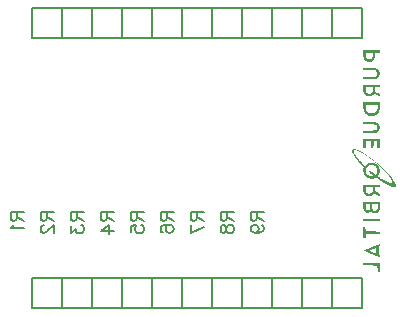
<source format=gbo>
G04 ---------------------------- Layer name :BOTTOM SILK LAYER*
G04 EasyEDA v5.7.22, Tue, 28 Aug 2018 22:53:05 GMT*
G04 1f8b3ca3c2ad4f10b54c6f686152f78d*
G04 Gerber Generator version 0.2*
G04 Scale: 100 percent, Rotated: No, Reflected: No *
G04 Dimensions in millimeters *
G04 leading zeros omitted , absolute positions ,3 integer and 3 decimal *
%FSLAX33Y33*%
%MOMM*%
G90*
G71D02*

%ADD14C,0.177800*%
%ADD17C,0.203200*%
%ADD18C,0.202999*%

%LPD*%

%LPD*%
G36*
G01X32785Y3064D02*
G01X32589Y3064D01*
G01X32581Y3341D01*
G01X32573Y3617D01*
G01X31970Y3625D01*
G01X31367Y3633D01*
G01X31367Y3830D01*
G01X32785Y3830D01*
G01X32785Y3064D01*
G37*

%LPC*%

%LPD*%
G36*
G01X32783Y4367D02*
G01X32755Y4341D01*
G01X32744Y4343D01*
G01X32721Y4351D01*
G01X32688Y4363D01*
G01X32645Y4379D01*
G01X32593Y4398D01*
G01X32534Y4421D01*
G01X32468Y4447D01*
G01X32398Y4474D01*
G01X32323Y4504D01*
G01X32244Y4535D01*
G01X32164Y4567D01*
G01X32083Y4600D01*
G01X32001Y4633D01*
G01X31921Y4665D01*
G01X31843Y4697D01*
G01X31768Y4728D01*
G01X31698Y4757D01*
G01X31633Y4784D01*
G01X31574Y4809D01*
G01X31523Y4831D01*
G01X31480Y4849D01*
G01X31447Y4864D01*
G01X31425Y4874D01*
G01X31415Y4880D01*
G01X31412Y4891D01*
G01X31422Y4904D01*
G01X31443Y4917D01*
G01X31472Y4931D01*
G01X31488Y4937D01*
G01X31514Y4947D01*
G01X31550Y4962D01*
G01X31594Y4979D01*
G01X31644Y5000D01*
G01X31702Y5023D01*
G01X31766Y5049D01*
G01X31835Y5077D01*
G01X31908Y5107D01*
G01X31984Y5138D01*
G01X32063Y5170D01*
G01X32144Y5203D01*
G01X32224Y5236D01*
G01X32302Y5268D01*
G01X32376Y5298D01*
G01X32445Y5326D01*
G01X32510Y5352D01*
G01X32569Y5376D01*
G01X32622Y5396D01*
G01X32667Y5414D01*
G01X32705Y5428D01*
G01X32733Y5438D01*
G01X32752Y5445D01*
G01X32761Y5447D01*
G01X32771Y5439D01*
G01X32778Y5418D01*
G01X32784Y5387D01*
G01X32785Y5350D01*
G01X32783Y5303D01*
G01X32773Y5270D01*
G01X32755Y5248D01*
G01X32729Y5234D01*
G01X32698Y5216D01*
G01X32681Y5169D01*
G01X32674Y5070D01*
G01X32672Y4893D01*
G01X32673Y4795D01*
G01X32674Y4717D01*
G01X32677Y4659D01*
G01X32681Y4616D01*
G01X32688Y4586D01*
G01X32698Y4565D01*
G01X32712Y4550D01*
G01X32729Y4539D01*
G01X32767Y4495D01*
G01X32786Y4428D01*
G01X32783Y4367D01*
G37*

%LPC*%
G36*
G01X32438Y4666D02*
G01X32464Y4662D01*
G01X32468Y4685D01*
G01X32470Y4738D01*
G01X32470Y4813D01*
G01X32468Y4903D01*
G01X32460Y5131D01*
G01X32166Y5017D01*
G01X32054Y4970D01*
G01X31966Y4929D01*
G01X31911Y4898D01*
G01X31897Y4881D01*
G01X31927Y4864D01*
G01X31992Y4835D01*
G01X32081Y4797D01*
G01X32186Y4755D01*
G01X32291Y4715D01*
G01X32377Y4684D01*
G01X32438Y4666D01*
G37*

%LPD*%
G36*
G01X31566Y5958D02*
G01X31367Y5958D01*
G01X31367Y6837D01*
G01X31563Y6837D01*
G01X31580Y6511D01*
G01X32185Y6503D01*
G01X32789Y6495D01*
G01X32780Y6404D01*
G01X32772Y6312D01*
G01X32169Y6304D01*
G01X31566Y6297D01*
G01X31566Y5958D01*
G37*

%LPC*%

%LPD*%
G36*
G01X32785Y7348D02*
G01X31367Y7348D01*
G01X31367Y7546D01*
G01X32785Y7546D01*
G01X32785Y7348D01*
G37*

%LPC*%

%LPD*%
G36*
G01X32415Y8043D02*
G01X32354Y8042D01*
G01X32292Y8050D01*
G01X32231Y8067D01*
G01X32173Y8091D01*
G01X32120Y8125D01*
G01X32060Y8169D01*
G01X32022Y8186D01*
G01X31993Y8180D01*
G01X31958Y8152D01*
G01X31917Y8125D01*
G01X31865Y8107D01*
G01X31806Y8097D01*
G01X31743Y8095D01*
G01X31679Y8103D01*
G01X31619Y8117D01*
G01X31566Y8140D01*
G01X31522Y8170D01*
G01X31480Y8213D01*
G01X31446Y8258D01*
G01X31419Y8307D01*
G01X31399Y8364D01*
G01X31384Y8430D01*
G01X31375Y8508D01*
G01X31369Y8600D01*
G01X31367Y8708D01*
G01X31367Y8993D01*
G01X32790Y8993D01*
G01X32781Y8654D01*
G01X32778Y8569D01*
G01X32774Y8495D01*
G01X32769Y8431D01*
G01X32761Y8377D01*
G01X32752Y8330D01*
G01X32740Y8289D01*
G01X32724Y8253D01*
G01X32704Y8220D01*
G01X32680Y8190D01*
G01X32651Y8162D01*
G01X32616Y8132D01*
G01X32576Y8101D01*
G01X32528Y8073D01*
G01X32473Y8053D01*
G01X32415Y8043D01*
G37*

%LPC*%
G36*
G01X32318Y8260D02*
G01X32360Y8255D01*
G01X32402Y8260D01*
G01X32443Y8274D01*
G01X32482Y8296D01*
G01X32518Y8325D01*
G01X32554Y8368D01*
G01X32575Y8417D01*
G01X32585Y8487D01*
G01X32587Y8594D01*
G01X32587Y8794D01*
G01X32134Y8794D01*
G01X32134Y8594D01*
G01X32136Y8487D01*
G01X32145Y8417D01*
G01X32167Y8368D01*
G01X32203Y8325D01*
G01X32238Y8296D01*
G01X32277Y8274D01*
G01X32318Y8260D01*
G37*
G36*
G01X31719Y8299D02*
G01X31755Y8294D01*
G01X31792Y8298D01*
G01X31834Y8311D01*
G01X31868Y8328D01*
G01X31896Y8349D01*
G01X31917Y8379D01*
G01X31933Y8417D01*
G01X31945Y8464D01*
G01X31953Y8523D01*
G01X31958Y8596D01*
G01X31969Y8794D01*
G01X31566Y8794D01*
G01X31566Y8598D01*
G01X31568Y8490D01*
G01X31578Y8423D01*
G01X31601Y8379D01*
G01X31643Y8341D01*
G01X31682Y8314D01*
G01X31719Y8299D01*
G37*

%LPD*%
G36*
G01X31934Y9490D02*
G01X31877Y9487D01*
G01X31819Y9490D01*
G01X31760Y9501D01*
G01X31703Y9518D01*
G01X31646Y9542D01*
G01X31592Y9574D01*
G01X31555Y9600D01*
G01X31522Y9628D01*
G01X31493Y9659D01*
G01X31468Y9693D01*
G01X31447Y9731D01*
G01X31428Y9773D01*
G01X31413Y9821D01*
G01X31401Y9875D01*
G01X31390Y9935D01*
G01X31383Y10003D01*
G01X31377Y10079D01*
G01X31373Y10163D01*
G01X31361Y10468D01*
G01X32785Y10468D01*
G01X32785Y10269D01*
G01X32360Y10269D01*
G01X32360Y9913D01*
G01X32573Y9807D01*
G01X32692Y9746D01*
G01X32756Y9703D01*
G01X32781Y9661D01*
G01X32785Y9603D01*
G01X32783Y9563D01*
G01X32776Y9532D01*
G01X32766Y9511D01*
G01X32752Y9503D01*
G01X32723Y9512D01*
G01X32668Y9537D01*
G01X32594Y9573D01*
G01X32510Y9618D01*
G01X32302Y9733D01*
G01X32231Y9648D01*
G01X32190Y9606D01*
G01X32145Y9570D01*
G01X32096Y9540D01*
G01X32045Y9517D01*
G01X31990Y9500D01*
G01X31934Y9490D01*
G37*

%LPC*%
G36*
G01X31811Y9709D02*
G01X31881Y9707D01*
G01X31950Y9719D01*
G01X32017Y9744D01*
G01X32077Y9783D01*
G01X32131Y9832D01*
G01X32161Y9882D01*
G01X32176Y9953D01*
G01X32185Y10067D01*
G01X32197Y10269D01*
G01X31566Y10269D01*
G01X31566Y10083D01*
G01X31569Y10007D01*
G01X31575Y9935D01*
G01X31584Y9878D01*
G01X31596Y9842D01*
G01X31633Y9791D01*
G01X31684Y9752D01*
G01X31744Y9724D01*
G01X31811Y9709D01*
G37*

%LPD*%
G36*
G01X34069Y10296D02*
G01X34000Y10274D01*
G01X33895Y10275D01*
G01X33859Y10280D01*
G01X33821Y10288D01*
G01X33778Y10299D01*
G01X33734Y10313D01*
G01X33687Y10330D01*
G01X33636Y10349D01*
G01X33583Y10372D01*
G01X33529Y10397D01*
G01X33471Y10425D01*
G01X33411Y10456D01*
G01X33349Y10490D01*
G01X33285Y10525D01*
G01X33219Y10564D01*
G01X33151Y10605D01*
G01X33080Y10649D01*
G01X33009Y10694D01*
G01X32935Y10743D01*
G01X32860Y10793D01*
G01X32783Y10846D01*
G01X32706Y10902D01*
G01X32469Y11070D01*
G01X32352Y11017D01*
G01X32291Y10995D01*
G01X32220Y10978D01*
G01X32144Y10969D01*
G01X32062Y10966D01*
G01X32008Y10969D01*
G01X31954Y10976D01*
G01X31902Y10986D01*
G01X31852Y11001D01*
G01X31803Y11019D01*
G01X31757Y11040D01*
G01X31712Y11064D01*
G01X31670Y11092D01*
G01X31630Y11122D01*
G01X31592Y11155D01*
G01X31557Y11191D01*
G01X31524Y11229D01*
G01X31495Y11269D01*
G01X31469Y11312D01*
G01X31445Y11356D01*
G01X31425Y11403D01*
G01X31408Y11450D01*
G01X31394Y11499D01*
G01X31384Y11549D01*
G01X31378Y11601D01*
G01X31376Y11654D01*
G01X31378Y11707D01*
G01X31383Y11761D01*
G01X31393Y11815D01*
G01X31429Y11973D01*
G01X31170Y12246D01*
G01X31098Y12323D01*
G01X31030Y12397D01*
G01X30966Y12470D01*
G01X30904Y12541D01*
G01X30847Y12610D01*
G01X30793Y12677D01*
G01X30743Y12741D01*
G01X30696Y12804D01*
G01X30654Y12864D01*
G01X30615Y12921D01*
G01X30580Y12977D01*
G01X30549Y13030D01*
G01X30521Y13081D01*
G01X30497Y13129D01*
G01X30477Y13175D01*
G01X30462Y13218D01*
G01X30450Y13258D01*
G01X30442Y13296D01*
G01X30438Y13330D01*
G01X30438Y13362D01*
G01X30442Y13392D01*
G01X30451Y13418D01*
G01X30463Y13441D01*
G01X30480Y13462D01*
G01X30501Y13478D01*
G01X30527Y13489D01*
G01X30558Y13496D01*
G01X30594Y13498D01*
G01X30635Y13495D01*
G01X30682Y13486D01*
G01X30733Y13473D01*
G01X30790Y13455D01*
G01X30852Y13433D01*
G01X30919Y13405D01*
G01X30992Y13373D01*
G01X31070Y13335D01*
G01X31123Y13309D01*
G01X31176Y13281D01*
G01X31230Y13251D01*
G01X31285Y13220D01*
G01X31341Y13188D01*
G01X31396Y13154D01*
G01X31453Y13119D01*
G01X31511Y13083D01*
G01X31569Y13046D01*
G01X31627Y13007D01*
G01X31686Y12968D01*
G01X31745Y12928D01*
G01X31804Y12886D01*
G01X31864Y12843D01*
G01X31924Y12800D01*
G01X32044Y12711D01*
G01X32104Y12664D01*
G01X32164Y12618D01*
G01X32224Y12571D01*
G01X32284Y12523D01*
G01X32344Y12474D01*
G01X32404Y12426D01*
G01X32464Y12376D01*
G01X32523Y12326D01*
G01X32582Y12276D01*
G01X32698Y12174D01*
G01X32813Y12072D01*
G01X32870Y12020D01*
G01X32926Y11968D01*
G01X32981Y11917D01*
G01X33035Y11865D01*
G01X33089Y11813D01*
G01X33142Y11761D01*
G01X33194Y11710D01*
G01X33246Y11659D01*
G01X33295Y11607D01*
G01X33345Y11557D01*
G01X33393Y11506D01*
G01X33440Y11455D01*
G01X33486Y11406D01*
G01X33531Y11356D01*
G01X33574Y11307D01*
G01X33616Y11259D01*
G01X33657Y11211D01*
G01X33697Y11163D01*
G01X33735Y11117D01*
G01X33771Y11071D01*
G01X33806Y11026D01*
G01X33839Y10982D01*
G01X33871Y10938D01*
G01X33901Y10896D01*
G01X33929Y10854D01*
G01X33956Y10814D01*
G01X33981Y10774D01*
G01X34003Y10736D01*
G01X34024Y10698D01*
G01X34043Y10662D01*
G01X34060Y10627D01*
G01X34075Y10594D01*
G01X34088Y10562D01*
G01X34098Y10531D01*
G01X34107Y10501D01*
G01X34113Y10473D01*
G01X34116Y10447D01*
G01X34118Y10422D01*
G01X34107Y10344D01*
G01X34069Y10296D01*
G37*

%LPC*%
G36*
G01X32029Y11180D02*
G01X32083Y11178D01*
G01X32153Y11180D01*
G01X32203Y11186D01*
G01X32233Y11198D01*
G01X32241Y11218D01*
G01X32229Y11246D01*
G01X32195Y11285D01*
G01X32140Y11337D01*
G01X32063Y11401D01*
G01X31975Y11478D01*
G01X31907Y11545D01*
G01X31865Y11598D01*
G01X31850Y11633D01*
G01X31854Y11662D01*
G01X31866Y11679D01*
G01X31888Y11683D01*
G01X31921Y11674D01*
G01X31966Y11651D01*
G01X32024Y11615D01*
G01X32095Y11564D01*
G01X32182Y11498D01*
G01X32425Y11308D01*
G01X32491Y11391D01*
G01X32522Y11436D01*
G01X32546Y11486D01*
G01X32563Y11539D01*
G01X32574Y11594D01*
G01X32578Y11650D01*
G01X32574Y11707D01*
G01X32564Y11763D01*
G01X32546Y11816D01*
G01X32523Y11867D01*
G01X32499Y11912D01*
G01X32474Y11950D01*
G01X32445Y11984D01*
G01X32414Y12013D01*
G01X32378Y12040D01*
G01X32337Y12065D01*
G01X32290Y12088D01*
G01X32239Y12108D01*
G01X32189Y12122D01*
G01X32139Y12132D01*
G01X32089Y12135D01*
G01X32040Y12134D01*
G01X31992Y12129D01*
G01X31945Y12118D01*
G01X31899Y12104D01*
G01X31856Y12086D01*
G01X31814Y12064D01*
G01X31774Y12039D01*
G01X31737Y12010D01*
G01X31703Y11978D01*
G01X31672Y11944D01*
G01X31645Y11907D01*
G01X31621Y11867D01*
G01X31601Y11826D01*
G01X31585Y11783D01*
G01X31574Y11738D01*
G01X31568Y11692D01*
G01X31567Y11644D01*
G01X31571Y11596D01*
G01X31581Y11547D01*
G01X31596Y11498D01*
G01X31617Y11452D01*
G01X31642Y11408D01*
G01X31672Y11368D01*
G01X31706Y11330D01*
G01X31744Y11296D01*
G01X31786Y11266D01*
G01X31830Y11240D01*
G01X31877Y11218D01*
G01X31926Y11200D01*
G01X31977Y11188D01*
G01X32029Y11180D01*
G37*
G36*
G01X33661Y10630D02*
G01X33706Y10626D01*
G01X33743Y10628D01*
G01X33772Y10637D01*
G01X33807Y10656D01*
G01X33826Y10679D01*
G01X33830Y10710D01*
G01X33824Y10757D01*
G01X33818Y10782D01*
G01X33809Y10808D01*
G01X33799Y10836D01*
G01X33787Y10865D01*
G01X33772Y10895D01*
G01X33756Y10927D01*
G01X33737Y10960D01*
G01X33717Y10994D01*
G01X33695Y11029D01*
G01X33670Y11065D01*
G01X33644Y11102D01*
G01X33617Y11141D01*
G01X33587Y11180D01*
G01X33556Y11220D01*
G01X33524Y11261D01*
G01X33490Y11303D01*
G01X33454Y11346D01*
G01X33417Y11389D01*
G01X33379Y11433D01*
G01X33339Y11477D01*
G01X33297Y11522D01*
G01X33255Y11568D01*
G01X33212Y11614D01*
G01X33167Y11661D01*
G01X33121Y11708D01*
G01X33074Y11755D01*
G01X33026Y11802D01*
G01X32977Y11850D01*
G01X32927Y11898D01*
G01X32876Y11946D01*
G01X32825Y11994D01*
G01X32773Y12043D01*
G01X32719Y12091D01*
G01X32666Y12139D01*
G01X32612Y12187D01*
G01X32501Y12282D01*
G01X32445Y12330D01*
G01X32389Y12377D01*
G01X32332Y12424D01*
G01X32275Y12470D01*
G01X32217Y12516D01*
G01X32159Y12561D01*
G01X32102Y12607D01*
G01X32044Y12651D01*
G01X31985Y12694D01*
G01X31927Y12737D01*
G01X31869Y12780D01*
G01X31811Y12821D01*
G01X31753Y12862D01*
G01X31695Y12902D01*
G01X31637Y12940D01*
G01X31558Y12992D01*
G01X31482Y13041D01*
G01X31409Y13086D01*
G01X31338Y13129D01*
G01X31270Y13168D01*
G01X31205Y13204D01*
G01X31143Y13237D01*
G01X31084Y13267D01*
G01X31027Y13294D01*
G01X30974Y13318D01*
G01X30923Y13338D01*
G01X30876Y13355D01*
G01X30832Y13370D01*
G01X30791Y13381D01*
G01X30754Y13389D01*
G01X30720Y13394D01*
G01X30689Y13395D01*
G01X30661Y13394D01*
G01X30638Y13389D01*
G01X30618Y13381D01*
G01X30601Y13370D01*
G01X30588Y13356D01*
G01X30579Y13339D01*
G01X30573Y13318D01*
G01X30572Y13294D01*
G01X30574Y13267D01*
G01X30581Y13236D01*
G01X30591Y13203D01*
G01X30605Y13166D01*
G01X30624Y13126D01*
G01X30646Y13083D01*
G01X30673Y13036D01*
G01X30697Y12999D01*
G01X30724Y12958D01*
G01X30756Y12913D01*
G01X30790Y12866D01*
G01X30828Y12817D01*
G01X30868Y12766D01*
G01X30910Y12713D01*
G01X30954Y12659D01*
G01X31001Y12606D01*
G01X31047Y12551D01*
G01X31096Y12496D01*
G01X31144Y12442D01*
G01X31193Y12390D01*
G01X31242Y12339D01*
G01X31290Y12289D01*
G01X31337Y12242D01*
G01X31509Y12073D01*
G01X31601Y12163D01*
G01X31650Y12205D01*
G01X31701Y12242D01*
G01X31754Y12273D01*
G01X31810Y12297D01*
G01X31870Y12316D01*
G01X31934Y12330D01*
G01X32003Y12337D01*
G01X32077Y12340D01*
G01X32146Y12337D01*
G01X32213Y12329D01*
G01X32276Y12315D01*
G01X32337Y12297D01*
G01X32394Y12273D01*
G01X32449Y12243D01*
G01X32500Y12209D01*
G01X32548Y12169D01*
G01X32593Y12123D01*
G01X32635Y12073D01*
G01X32674Y12018D01*
G01X32709Y11957D01*
G01X32730Y11911D01*
G01X32747Y11862D01*
G01X32760Y11811D01*
G01X32769Y11758D01*
G01X32773Y11703D01*
G01X32774Y11647D01*
G01X32770Y11591D01*
G01X32761Y11535D01*
G01X32749Y11480D01*
G01X32733Y11426D01*
G01X32713Y11375D01*
G01X32688Y11325D01*
G01X32665Y11285D01*
G01X32647Y11253D01*
G01X32634Y11225D01*
G01X32629Y11201D01*
G01X32632Y11179D01*
G01X32645Y11156D01*
G01X32669Y11132D01*
G01X32706Y11103D01*
G01X32758Y11069D01*
G01X32825Y11028D01*
G01X32909Y10978D01*
G01X33012Y10916D01*
G01X33102Y10864D01*
G01X33188Y10816D01*
G01X33270Y10774D01*
G01X33348Y10737D01*
G01X33421Y10704D01*
G01X33490Y10677D01*
G01X33553Y10656D01*
G01X33610Y10640D01*
G01X33661Y10630D01*
G37*

%LPD*%
G36*
G01X31572Y13834D02*
G01X31564Y13528D01*
G01X31473Y13537D01*
G01X31382Y13545D01*
G01X31374Y13950D01*
G01X31366Y14355D01*
G01X32069Y14347D01*
G01X32772Y14340D01*
G01X32779Y13935D01*
G01X32787Y13531D01*
G01X32559Y13531D01*
G01X32559Y14155D01*
G01X32249Y14155D01*
G01X32241Y13879D01*
G01X32233Y13602D01*
G01X32140Y13593D01*
G01X32048Y13584D01*
G01X32048Y14157D01*
G01X31815Y14149D01*
G01X31580Y14141D01*
G01X31572Y13834D01*
G37*

%LPC*%

%LPD*%
G36*
G01X31846Y14836D02*
G01X31367Y14836D01*
G01X31367Y15031D01*
G01X31892Y15040D01*
G01X32415Y15049D01*
G01X32494Y15127D01*
G01X32527Y15168D01*
G01X32552Y15214D01*
G01X32568Y15263D01*
G01X32574Y15314D01*
G01X32571Y15364D01*
G01X32560Y15412D01*
G01X32538Y15457D01*
G01X32507Y15496D01*
G01X32486Y15516D01*
G01X32460Y15532D01*
G01X32426Y15543D01*
G01X32376Y15552D01*
G01X32306Y15559D01*
G01X32210Y15564D01*
G01X32081Y15569D01*
G01X31913Y15574D01*
G01X31382Y15588D01*
G01X31374Y15674D01*
G01X31372Y15709D01*
G01X31374Y15741D01*
G01X31378Y15766D01*
G01X31385Y15781D01*
G01X31401Y15786D01*
G01X31435Y15791D01*
G01X31483Y15794D01*
G01X31545Y15797D01*
G01X31617Y15799D01*
G01X31698Y15800D01*
G01X31784Y15800D01*
G01X31873Y15800D01*
G01X31964Y15798D01*
G01X32054Y15796D01*
G01X32140Y15793D01*
G01X32219Y15790D01*
G01X32291Y15786D01*
G01X32351Y15781D01*
G01X32398Y15775D01*
G01X32430Y15769D01*
G01X32488Y15749D01*
G01X32542Y15721D01*
G01X32591Y15686D01*
G01X32635Y15645D01*
G01X32674Y15599D01*
G01X32707Y15549D01*
G01X32733Y15495D01*
G01X32753Y15438D01*
G01X32766Y15380D01*
G01X32771Y15319D01*
G01X32767Y15258D01*
G01X32755Y15198D01*
G01X32735Y15142D01*
G01X32704Y15086D01*
G01X32665Y15032D01*
G01X32620Y14981D01*
G01X32571Y14936D01*
G01X32519Y14899D01*
G01X32467Y14871D01*
G01X32417Y14854D01*
G01X32389Y14851D01*
G01X32343Y14847D01*
G01X32283Y14844D01*
G01X32211Y14842D01*
G01X32129Y14839D01*
G01X32039Y14838D01*
G01X31944Y14837D01*
G01X31846Y14836D01*
G37*

%LPC*%

%LPD*%
G36*
G01X32157Y16300D02*
G01X32077Y16298D01*
G01X31962Y16300D01*
G01X31878Y16311D01*
G01X31807Y16335D01*
G01X31730Y16375D01*
G01X31682Y16405D01*
G01X31639Y16437D01*
G01X31599Y16470D01*
G01X31562Y16506D01*
G01X31529Y16544D01*
G01X31499Y16585D01*
G01X31473Y16628D01*
G01X31450Y16675D01*
G01X31429Y16724D01*
G01X31413Y16777D01*
G01X31398Y16834D01*
G01X31387Y16895D01*
G01X31379Y16960D01*
G01X31373Y17029D01*
G01X31369Y17102D01*
G01X31367Y17181D01*
G01X31367Y17446D01*
G01X32792Y17446D01*
G01X32780Y17112D01*
G01X32776Y17026D01*
G01X32770Y16949D01*
G01X32763Y16880D01*
G01X32754Y16818D01*
G01X32742Y16762D01*
G01X32727Y16713D01*
G01X32710Y16667D01*
G01X32689Y16625D01*
G01X32665Y16586D01*
G01X32637Y16550D01*
G01X32605Y16514D01*
G01X32568Y16477D01*
G01X32514Y16430D01*
G01X32461Y16392D01*
G01X32408Y16360D01*
G01X32353Y16336D01*
G01X32294Y16318D01*
G01X32229Y16306D01*
G01X32157Y16300D01*
G37*

%LPC*%
G36*
G01X32025Y16495D02*
G01X32076Y16492D01*
G01X32126Y16495D01*
G01X32176Y16502D01*
G01X32226Y16515D01*
G01X32274Y16532D01*
G01X32322Y16554D01*
G01X32367Y16581D01*
G01X32410Y16612D01*
G01X32451Y16649D01*
G01X32489Y16690D01*
G01X32523Y16737D01*
G01X32555Y16792D01*
G01X32574Y16852D01*
G01X32584Y16931D01*
G01X32587Y17039D01*
G01X32587Y17247D01*
G01X31566Y17247D01*
G01X31566Y17039D01*
G01X31569Y16931D01*
G01X31579Y16852D01*
G01X31599Y16791D01*
G01X31631Y16735D01*
G01X31665Y16688D01*
G01X31703Y16647D01*
G01X31743Y16611D01*
G01X31786Y16579D01*
G01X31831Y16553D01*
G01X31878Y16531D01*
G01X31926Y16514D01*
G01X31976Y16502D01*
G01X32025Y16495D01*
G37*

%LPD*%
G36*
G01X31911Y17947D02*
G01X31846Y17946D01*
G01X31782Y17953D01*
G01X31720Y17967D01*
G01X31661Y17989D01*
G01X31606Y18020D01*
G01X31556Y18059D01*
G01X31510Y18106D01*
G01X31472Y18154D01*
G01X31441Y18205D01*
G01X31418Y18263D01*
G01X31400Y18329D01*
G01X31387Y18408D01*
G01X31379Y18503D01*
G01X31373Y18616D01*
G01X31361Y18921D01*
G01X32785Y18921D01*
G01X32785Y18722D01*
G01X32360Y18722D01*
G01X32360Y18366D01*
G01X32573Y18261D01*
G01X32692Y18200D01*
G01X32756Y18156D01*
G01X32781Y18114D01*
G01X32785Y18056D01*
G01X32784Y18017D01*
G01X32781Y17986D01*
G01X32777Y17964D01*
G01X32771Y17956D01*
G01X32747Y17965D01*
G01X32693Y17990D01*
G01X32618Y18026D01*
G01X32528Y18071D01*
G01X32300Y18186D01*
G01X32243Y18114D01*
G01X32200Y18068D01*
G01X32150Y18028D01*
G01X32095Y17997D01*
G01X32037Y17973D01*
G01X31974Y17956D01*
G01X31911Y17947D01*
G37*

%LPC*%
G36*
G01X31796Y18166D02*
G01X31851Y18158D01*
G01X31907Y18161D01*
G01X31964Y18174D01*
G01X32021Y18198D01*
G01X32061Y18223D01*
G01X32095Y18253D01*
G01X32124Y18291D01*
G01X32148Y18333D01*
G01X32167Y18382D01*
G01X32180Y18437D01*
G01X32187Y18498D01*
G01X32190Y18565D01*
G01X32190Y18722D01*
G01X31566Y18722D01*
G01X31567Y18531D01*
G01X31570Y18453D01*
G01X31578Y18382D01*
G01X31589Y18328D01*
G01X31603Y18296D01*
G01X31645Y18248D01*
G01X31693Y18211D01*
G01X31743Y18184D01*
G01X31796Y18166D01*
G37*

%LPD*%
G36*
G01X32102Y19408D02*
G01X31991Y19408D01*
G01X31864Y19409D01*
G01X31382Y19417D01*
G01X31364Y19597D01*
G01X31890Y19606D01*
G01X32415Y19616D01*
G01X32494Y19694D01*
G01X32529Y19737D01*
G01X32555Y19784D01*
G01X32570Y19834D01*
G01X32575Y19885D01*
G01X32570Y19936D01*
G01X32555Y19986D01*
G01X32529Y20033D01*
G01X32494Y20077D01*
G01X32415Y20155D01*
G01X31892Y20164D01*
G01X31367Y20172D01*
G01X31367Y20251D01*
G01X31369Y20283D01*
G01X31373Y20312D01*
G01X31379Y20335D01*
G01X31387Y20348D01*
G01X31402Y20354D01*
G01X31436Y20359D01*
G01X31484Y20362D01*
G01X31546Y20365D01*
G01X31618Y20366D01*
G01X31699Y20367D01*
G01X31785Y20367D01*
G01X31875Y20367D01*
G01X31966Y20365D01*
G01X32055Y20363D01*
G01X32141Y20360D01*
G01X32220Y20357D01*
G01X32292Y20353D01*
G01X32351Y20347D01*
G01X32399Y20342D01*
G01X32430Y20336D01*
G01X32488Y20315D01*
G01X32542Y20288D01*
G01X32590Y20255D01*
G01X32633Y20216D01*
G01X32671Y20173D01*
G01X32703Y20125D01*
G01X32728Y20074D01*
G01X32748Y20021D01*
G01X32761Y19965D01*
G01X32768Y19908D01*
G01X32767Y19851D01*
G01X32760Y19793D01*
G01X32745Y19736D01*
G01X32723Y19681D01*
G01X32694Y19627D01*
G01X32656Y19577D01*
G01X32625Y19542D01*
G01X32591Y19511D01*
G01X32556Y19486D01*
G01X32515Y19465D01*
G01X32469Y19447D01*
G01X32416Y19433D01*
G01X32354Y19423D01*
G01X32282Y19415D01*
G01X32199Y19411D01*
G01X32102Y19408D01*
G37*

%LPC*%

%LPD*%
G36*
G01X31959Y20861D02*
G01X31899Y20852D01*
G01X31837Y20853D01*
G01X31775Y20862D01*
G01X31714Y20879D01*
G01X31652Y20906D01*
G01X31603Y20934D01*
G01X31559Y20966D01*
G01X31520Y21001D01*
G01X31486Y21041D01*
G01X31456Y21087D01*
G01X31431Y21137D01*
G01X31411Y21193D01*
G01X31395Y21255D01*
G01X31383Y21324D01*
G01X31374Y21401D01*
G01X31369Y21485D01*
G01X31367Y21577D01*
G01X31367Y21842D01*
G01X32785Y21842D01*
G01X32785Y21646D01*
G01X32580Y21638D01*
G01X32374Y21630D01*
G01X32360Y21417D01*
G01X32351Y21329D01*
G01X32338Y21246D01*
G01X32323Y21178D01*
G01X32307Y21133D01*
G01X32269Y21072D01*
G01X32227Y21019D01*
G01X32179Y20972D01*
G01X32128Y20932D01*
G01X32075Y20901D01*
G01X32018Y20876D01*
G01X31959Y20861D01*
G37*

%LPC*%
G36*
G01X31795Y21080D02*
G01X31864Y21076D01*
G01X31936Y21080D01*
G01X31991Y21094D01*
G01X32039Y21123D01*
G01X32093Y21173D01*
G01X32146Y21230D01*
G01X32175Y21282D01*
G01X32187Y21346D01*
G01X32190Y21443D01*
G01X32190Y21615D01*
G01X31566Y21615D01*
G01X31566Y21429D01*
G01X31569Y21326D01*
G01X31579Y21259D01*
G01X31605Y21210D01*
G01X31649Y21160D01*
G01X31696Y21118D01*
G01X31741Y21093D01*
G01X31795Y21080D01*
G37*

%LPD*%
G54D17*
G01X3302Y22860D02*
G01X5842Y22860D01*
G01X5842Y25400D01*
G01X3302Y25400D01*
G01X3302Y23495D01*
G54D18*
G01X3302Y22860D02*
G01X3302Y23495D01*
G54D17*
G01X23622Y22860D02*
G01X26162Y22860D01*
G01X26162Y25400D01*
G01X23622Y25400D01*
G01X23622Y23495D01*
G54D18*
G01X23622Y22860D02*
G01X23622Y23495D01*
G54D17*
G01X5842Y22860D02*
G01X8382Y22860D01*
G01X8382Y25400D01*
G01X5842Y25400D01*
G01X5842Y23495D01*
G54D18*
G01X5842Y22860D02*
G01X5842Y23495D01*
G54D17*
G01X8382Y22860D02*
G01X10922Y22860D01*
G01X10922Y25400D01*
G01X8382Y25400D01*
G01X8382Y23495D01*
G54D18*
G01X8382Y22860D02*
G01X8382Y23495D01*
G54D17*
G01X10922Y22860D02*
G01X13462Y22860D01*
G01X13462Y25400D01*
G01X10922Y25400D01*
G01X10922Y23495D01*
G54D18*
G01X10922Y22860D02*
G01X10922Y23495D01*
G54D17*
G01X16002Y22860D02*
G01X18542Y22860D01*
G01X18542Y25400D01*
G01X16002Y25400D01*
G01X16002Y23495D01*
G54D18*
G01X16002Y22860D02*
G01X16002Y23495D01*
G54D17*
G01X16002Y25400D02*
G01X13462Y25400D01*
G01X13462Y22860D01*
G01X16002Y22860D01*
G01X16002Y24765D01*
G54D18*
G01X16002Y25400D02*
G01X16002Y24765D01*
G54D17*
G01X21082Y25400D02*
G01X18542Y25400D01*
G01X18542Y22860D01*
G01X21082Y22860D01*
G01X21082Y24765D01*
G54D18*
G01X21082Y25400D02*
G01X21082Y24765D01*
G54D17*
G01X28702Y25400D02*
G01X26162Y25400D01*
G01X26162Y22860D01*
G01X28702Y22860D01*
G01X28702Y24765D01*
G54D18*
G01X28702Y25400D02*
G01X28702Y24765D01*
G54D17*
G01X31242Y25400D02*
G01X28702Y25400D01*
G01X28702Y22860D01*
G01X31242Y22860D01*
G01X31242Y24765D01*
G54D18*
G01X31242Y25400D02*
G01X31242Y24765D01*
G54D17*
G01X23622Y25400D02*
G01X21082Y25400D01*
G01X21082Y22860D01*
G01X23622Y22860D01*
G01X23622Y24765D01*
G54D18*
G01X23622Y25400D02*
G01X23622Y24765D01*
G54D17*
G01X28702Y2540D02*
G01X26162Y2540D01*
G01X26162Y0D01*
G01X28702Y0D01*
G01X28702Y1905D01*
G54D18*
G01X28702Y2540D02*
G01X28702Y1905D01*
G54D17*
G01X31242Y2540D02*
G01X28702Y2540D01*
G01X28702Y0D01*
G01X31242Y0D01*
G01X31242Y1905D01*
G54D18*
G01X31242Y2540D02*
G01X31242Y1905D01*
G54D17*
G01X26162Y2540D02*
G01X23622Y2540D01*
G01X23622Y0D01*
G01X26162Y0D01*
G01X26162Y1905D01*
G54D18*
G01X26162Y2540D02*
G01X26162Y1905D01*
G54D17*
G01X5842Y2540D02*
G01X3302Y2540D01*
G01X3302Y0D01*
G01X5842Y0D01*
G01X5842Y1905D01*
G54D18*
G01X5842Y2540D02*
G01X5842Y1905D01*
G54D17*
G01X8382Y0D02*
G01X10922Y0D01*
G01X10922Y2540D01*
G01X8382Y2540D01*
G01X8382Y635D01*
G54D18*
G01X8382Y0D02*
G01X8382Y635D01*
G54D17*
G01X13462Y0D02*
G01X16002Y0D01*
G01X16002Y2540D01*
G01X13462Y2540D01*
G01X13462Y635D01*
G54D18*
G01X13462Y0D02*
G01X13462Y635D01*
G54D17*
G01X16002Y0D02*
G01X18542Y0D01*
G01X18542Y2540D01*
G01X16002Y2540D01*
G01X16002Y635D01*
G54D18*
G01X16002Y0D02*
G01X16002Y635D01*
G54D17*
G01X18542Y0D02*
G01X21082Y0D01*
G01X21082Y2540D01*
G01X18542Y2540D01*
G01X18542Y635D01*
G54D18*
G01X18542Y0D02*
G01X18542Y635D01*
G54D17*
G01X21082Y0D02*
G01X23622Y0D01*
G01X23622Y2540D01*
G01X21082Y2540D01*
G01X21082Y635D01*
G54D18*
G01X21082Y0D02*
G01X21082Y635D01*
G54D17*
G01X8382Y2540D02*
G01X5842Y2540D01*
G01X5842Y0D01*
G01X8382Y0D01*
G01X8382Y1905D01*
G54D18*
G01X8382Y2540D02*
G01X8382Y1905D01*
G54D17*
G01X13462Y2540D02*
G01X10922Y2540D01*
G01X10922Y0D01*
G01X13462Y0D01*
G01X13462Y1905D01*
G54D18*
G01X13462Y2540D02*
G01X13462Y1905D01*
G54D14*
G01X14223Y8128D02*
G01X15313Y8128D01*
G01X14223Y8128D02*
G01X14223Y7660D01*
G01X14274Y7505D01*
G01X14325Y7452D01*
G01X14429Y7401D01*
G01X14533Y7401D01*
G01X14637Y7452D01*
G01X14691Y7505D01*
G01X14742Y7660D01*
G01X14742Y8128D01*
G01X14742Y7764D02*
G01X15313Y7401D01*
G01X14378Y6433D02*
G01X14274Y6487D01*
G01X14223Y6642D01*
G01X14223Y6746D01*
G01X14274Y6901D01*
G01X14429Y7005D01*
G01X14691Y7058D01*
G01X14950Y7058D01*
G01X15158Y7005D01*
G01X15262Y6901D01*
G01X15313Y6746D01*
G01X15313Y6692D01*
G01X15262Y6537D01*
G01X15158Y6433D01*
G01X15001Y6383D01*
G01X14950Y6383D01*
G01X14795Y6433D01*
G01X14691Y6537D01*
G01X14637Y6692D01*
G01X14637Y6746D01*
G01X14691Y6901D01*
G01X14795Y7005D01*
G01X14950Y7058D01*
G01X16763Y8127D02*
G01X17853Y8127D01*
G01X16763Y8127D02*
G01X16763Y7660D01*
G01X16814Y7505D01*
G01X16865Y7452D01*
G01X16969Y7401D01*
G01X17073Y7401D01*
G01X17177Y7452D01*
G01X17231Y7505D01*
G01X17282Y7660D01*
G01X17282Y8127D01*
G01X17282Y7764D02*
G01X17853Y7401D01*
G01X16763Y6329D02*
G01X17853Y6850D01*
G01X16763Y7058D02*
G01X16763Y6329D01*
G01X19303Y8127D02*
G01X20393Y8127D01*
G01X19303Y8127D02*
G01X19303Y7660D01*
G01X19354Y7505D01*
G01X19405Y7452D01*
G01X19509Y7401D01*
G01X19613Y7401D01*
G01X19717Y7452D01*
G01X19771Y7505D01*
G01X19822Y7660D01*
G01X19822Y8127D01*
G01X19822Y7764D02*
G01X20393Y7401D01*
G01X19303Y6797D02*
G01X19354Y6954D01*
G01X19458Y7005D01*
G01X19563Y7005D01*
G01X19667Y6954D01*
G01X19717Y6850D01*
G01X19771Y6642D01*
G01X19822Y6487D01*
G01X19926Y6382D01*
G01X20030Y6329D01*
G01X20185Y6329D01*
G01X20289Y6382D01*
G01X20342Y6433D01*
G01X20393Y6591D01*
G01X20393Y6797D01*
G01X20342Y6954D01*
G01X20289Y7005D01*
G01X20185Y7058D01*
G01X20030Y7058D01*
G01X19926Y7005D01*
G01X19822Y6901D01*
G01X19771Y6746D01*
G01X19717Y6537D01*
G01X19667Y6433D01*
G01X19563Y6382D01*
G01X19458Y6382D01*
G01X19354Y6433D01*
G01X19303Y6591D01*
G01X19303Y6797D01*
G01X21843Y8128D02*
G01X22933Y8128D01*
G01X21843Y8128D02*
G01X21843Y7660D01*
G01X21894Y7505D01*
G01X21945Y7452D01*
G01X22049Y7401D01*
G01X22153Y7401D01*
G01X22257Y7452D01*
G01X22311Y7505D01*
G01X22362Y7660D01*
G01X22362Y8128D01*
G01X22362Y7764D02*
G01X22933Y7401D01*
G01X22207Y6383D02*
G01X22362Y6433D01*
G01X22466Y6537D01*
G01X22517Y6692D01*
G01X22517Y6746D01*
G01X22466Y6901D01*
G01X22362Y7005D01*
G01X22207Y7058D01*
G01X22153Y7058D01*
G01X21998Y7005D01*
G01X21894Y6901D01*
G01X21843Y6746D01*
G01X21843Y6692D01*
G01X21894Y6537D01*
G01X21998Y6433D01*
G01X22207Y6383D01*
G01X22466Y6383D01*
G01X22725Y6433D01*
G01X22882Y6537D01*
G01X22933Y6692D01*
G01X22933Y6797D01*
G01X22882Y6954D01*
G01X22778Y7005D01*
G01X1524Y8128D02*
G01X2613Y8128D01*
G01X1524Y8128D02*
G01X1524Y7660D01*
G01X1574Y7505D01*
G01X1625Y7452D01*
G01X1729Y7401D01*
G01X1833Y7401D01*
G01X1938Y7452D01*
G01X1991Y7505D01*
G01X2042Y7660D01*
G01X2042Y8128D01*
G01X2042Y7764D02*
G01X2613Y7401D01*
G01X1729Y7058D02*
G01X1678Y6954D01*
G01X1524Y6797D01*
G01X2613Y6797D01*
G01X4064Y8127D02*
G01X5153Y8127D01*
G01X4064Y8127D02*
G01X4064Y7660D01*
G01X4114Y7505D01*
G01X4165Y7452D01*
G01X4269Y7401D01*
G01X4373Y7401D01*
G01X4478Y7452D01*
G01X4531Y7505D01*
G01X4582Y7660D01*
G01X4582Y8127D01*
G01X4582Y7764D02*
G01X5153Y7401D01*
G01X4323Y7005D02*
G01X4269Y7005D01*
G01X4165Y6954D01*
G01X4114Y6901D01*
G01X4064Y6797D01*
G01X4064Y6591D01*
G01X4114Y6487D01*
G01X4165Y6433D01*
G01X4269Y6382D01*
G01X4373Y6382D01*
G01X4478Y6433D01*
G01X4635Y6537D01*
G01X5153Y7058D01*
G01X5153Y6329D01*
G01X6604Y8127D02*
G01X7693Y8127D01*
G01X6604Y8127D02*
G01X6604Y7660D01*
G01X6654Y7505D01*
G01X6705Y7452D01*
G01X6809Y7401D01*
G01X6913Y7401D01*
G01X7018Y7452D01*
G01X7071Y7505D01*
G01X7122Y7660D01*
G01X7122Y8127D01*
G01X7122Y7764D02*
G01X7693Y7401D01*
G01X6604Y6954D02*
G01X6604Y6382D01*
G01X7018Y6692D01*
G01X7018Y6537D01*
G01X7071Y6433D01*
G01X7122Y6382D01*
G01X7277Y6329D01*
G01X7381Y6329D01*
G01X7538Y6382D01*
G01X7642Y6487D01*
G01X7693Y6642D01*
G01X7693Y6797D01*
G01X7642Y6954D01*
G01X7589Y7005D01*
G01X7485Y7058D01*
G01X9144Y8128D02*
G01X10233Y8128D01*
G01X9144Y8128D02*
G01X9144Y7660D01*
G01X9194Y7505D01*
G01X9245Y7452D01*
G01X9349Y7401D01*
G01X9453Y7401D01*
G01X9558Y7452D01*
G01X9611Y7505D01*
G01X9662Y7660D01*
G01X9662Y8128D01*
G01X9662Y7764D02*
G01X10233Y7401D01*
G01X9144Y6537D02*
G01X9870Y7058D01*
G01X9870Y6278D01*
G01X9144Y6537D02*
G01X10233Y6537D01*
G01X11683Y8127D02*
G01X12773Y8127D01*
G01X11683Y8127D02*
G01X11683Y7660D01*
G01X11734Y7505D01*
G01X11785Y7452D01*
G01X11889Y7401D01*
G01X11993Y7401D01*
G01X12097Y7452D01*
G01X12151Y7505D01*
G01X12202Y7660D01*
G01X12202Y8127D01*
G01X12202Y7764D02*
G01X12773Y7401D01*
G01X11683Y6433D02*
G01X11683Y6954D01*
G01X12151Y7005D01*
G01X12097Y6954D01*
G01X12047Y6797D01*
G01X12047Y6642D01*
G01X12097Y6487D01*
G01X12202Y6382D01*
G01X12357Y6329D01*
G01X12461Y6329D01*
G01X12618Y6382D01*
G01X12722Y6487D01*
G01X12773Y6642D01*
G01X12773Y6797D01*
G01X12722Y6954D01*
G01X12669Y7005D01*
G01X12565Y7058D01*
M00*
M02*

</source>
